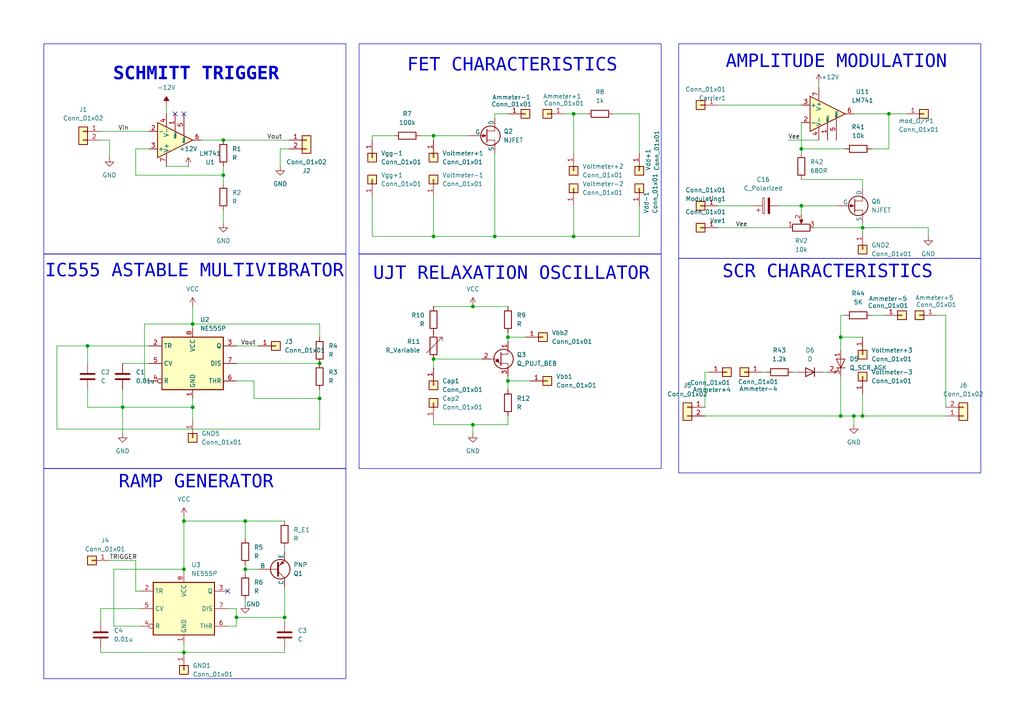
<source format=kicad_sch>
(kicad_sch (version 20250114) (generator "eeschema") (generator_version "9.0")
  (paper "A4")
  (title_block (title "Workshop PCBs") (date "2025-09-10") (rev "Rev1") (company "SP"))
  (lib_symbols
    (symbol "Amplifier_Operational:LM741" (pin_names (offset 0.127))
      (property "Reference" "U" (at 0 6.35 0))
      (property "Value" "LM741" (at 0 3.81 0))
      (symbol "LM741_0_1"
        (polyline (pts (xy -5.08 5.08) (xy 5.08 0) (xy -5.08 -5.08) (xy -5.08 5.08)) (stroke (width 0.254)) (fill (type background)))
      )
      (symbol "LM741_1_1"
        (pin input line (at -7.62 2.54 0) (length 2.54) (name "+") (number "3"))
        (pin input line (at -7.62 -2.54 0) (length 2.54) (name "-") (number "2"))
        (pin power_in line (at -2.54 7.62 270) (length 3.81) (name "V+") (number "7"))
        (pin power_in line (at -2.54 -7.62 90) (length 3.81) (name "V-") (number "4"))
        (pin no_connect line (at 0 2.54 270) (length 2.54) (hide yes) (name "NC") (number "8"))
        (pin input line (at 0 -7.62 90) (length 5.08) (name "NULL") (number "1"))
        (pin input line (at 2.54 -7.62 90) (length 6.35) (name "NULL") (number "5"))
        (pin output line (at 7.62 0 180) (length 2.54) (name "~") (number "6"))
      )
    )
    (symbol "Connector_Generic:Conn_01x01" (pin_names (offset 1.016) (hide yes))
      (property "Reference" "J" (at 0 2.54 0))
      (property "Value" "Conn_01x01" (at 0 -2.54 0))
      (symbol "Conn_01x01_1_1"
        (rectangle (start -1.27 1.27) (end 1.27 -1.27) (stroke (width 0.254)) (fill (type background)))
        (rectangle (start -1.27 0.127) (end 0 -0.127) (stroke (width 0.1524)))
        (pin passive line (at -5.08 0 0) (length 3.81) (name "Pin_1") (number "1"))
      )
    )
    (symbol "Connector_Generic:Conn_01x02" (pin_names (offset 1.016) (hide yes))
      (property "Reference" "J" (at 0 2.54 0))
      (property "Value" "Conn_01x02" (at 0 -5.08 0))
      (symbol "Conn_01x02_1_1"
        (rectangle (start -1.27 1.27) (end 1.27 -3.81) (stroke (width 0.254)) (fill (type background)))
        (rectangle (start -1.27 0.127) (end 0 -0.127) (stroke (width 0.1524)))
        (rectangle (start -1.27 -2.413) (end 0 -2.667) (stroke (width 0.1524)))
        (pin passive line (at -5.08 0 0) (length 3.81) (name "Pin_1") (number "1"))
        (pin passive line (at -5.08 -2.54 0) (length 3.81) (name "Pin_2") (number "2"))
      )
    )
    (symbol "Device:C" (pin_numbers (hide yes)) (pin_names (offset 0.254))
      (property "Reference" "C" (at 0.635 2.54 0))
      (property "Value" "C" (at 0.635 -2.54 0))
      (symbol "C_0_1"
        (polyline (pts (xy -2.032 0.762) (xy 2.032 0.762)) (stroke (width 0.508)))
        (polyline (pts (xy -2.032 -0.762) (xy 2.032 -0.762)) (stroke (width 0.508)))
      )
      (symbol "C_1_1"
        (pin passive line (at 0 3.81 270) (length 2.794) (name "~") (number "1"))
        (pin passive line (at 0 -3.81 90) (length 2.794) (name "~") (number "2"))
      )
    )
    (symbol "Device:C_Polarized" (pin_numbers (hide yes)) (pin_names (offset 0.254))
      (property "Reference" "C" (at 0.635 2.54 0))
      (property "Value" "C_Polarized" (at 0.635 -2.54 0))
      (symbol "C_Polarized_0_1"
        (rectangle (start -2.286 0.508) (end 2.286 1.016))
        (polyline (pts (xy -1.778 2.286) (xy -0.762 2.286)))
        (polyline (pts (xy -1.27 2.794) (xy -1.27 1.778)))
        (rectangle (start 2.286 -0.508) (end -2.286 -1.016) (fill (type outline)))
      )
      (symbol "C_Polarized_1_1"
        (pin passive line (at 0 3.81 270) (length 2.794) (name "~") (number "1"))
        (pin passive line (at 0 -3.81 90) (length 2.794) (name "~") (number "2"))
      )
    )
    (symbol "Device:D" (pin_numbers (hide yes)) (pin_names (offset 1.016) (hide yes))
      (property "Reference" "D" (at 0 2.54 0))
      (property "Value" "D" (at 0 -2.54 0))
      (symbol "D_0_1"
        (polyline (pts (xy -1.27 1.27) (xy -1.27 -1.27)) (stroke (width 0.254)))
        (polyline (pts (xy 1.27 1.27) (xy 1.27 -1.27) (xy -1.27 0) (xy 1.27 1.27)) (stroke (width 0.254)))
        (polyline (pts (xy 1.27 0) (xy -1.27 0)))
      )
      (symbol "D_1_1"
        (pin passive line (at -3.81 0 0) (length 2.54) (name "K") (number "1"))
        (pin passive line (at 3.81 0 180) (length 2.54) (name "A") (number "2"))
      )
    )
    (symbol "Device:Q_PUJT_BEB" (pin_names (offset 0) (hide yes))
      (property "Reference" "Q" (at 5.08 1.27 0))
      (property "Value" "Q_PUJT_BEB" (at 5.08 -1.27 0))
      (symbol "Q_PUJT_BEB_0_1"
        (polyline (pts (xy -2.54 0) (xy -1.016 0) (xy 0.508 -1.524)))
        (polyline (pts (xy 0 -1.016) (xy -0.381 0.127) (xy -1.143 -0.635) (xy 0 -1.016)) (fill (type outline)))
        (polyline (pts (xy 0.508 1.905) (xy 0.508 -1.905) (xy 0.508 -1.905)) (stroke (width 0.254)))
        (circle (center 1.27 0) (radius 2.8194) (stroke (width 0.254)))
        (polyline (pts (xy 2.54 2.54) (xy 2.54 1.397) (xy 0.508 1.397)))
        (polyline (pts (xy 2.54 -2.54) (xy 2.54 -1.27) (xy 0.508 -1.27)))
      )
      (symbol "Q_PUJT_BEB_1_1"
        (pin input line (at -5.08 0 0) (length 2.54) (name "E") (number "2"))
        (pin passive line (at 2.54 5.08 270) (length 2.54) (name "B2") (number "1"))
        (pin passive line (at 2.54 -5.08 90) (length 2.54) (name "B1") (number "3"))
      )
    )
    (symbol "Device:Q_SCR_AGK" (pin_names (offset 0) (hide yes))
      (property "Reference" "D" (at 1.905 0.635 0))
      (property "Value" "Q_SCR_AGK" (at 1.905 -1.27 0))
      (symbol "Q_SCR_AGK_0_1"
        (polyline (pts (xy -1.27 1.27) (xy 1.27 1.27) (xy 0 -1.27) (xy -1.27 1.27)) (stroke (width 0.2032)))
        (polyline (pts (xy -1.27 -1.27) (xy 1.27 -1.27)) (stroke (width 0.2032)))
        (polyline (pts (xy -1.27 -2.54) (xy -0.635 -1.27)))
        (polyline (pts (xy 0 -2.54) (xy 0 2.54)))
      )
      (symbol "Q_SCR_AGK_1_1"
        (pin input line (at -3.81 -2.54 0) (length 2.54) (name "G") (number "2"))
        (pin passive line (at 0 3.81 270) (length 2.54) (name "A") (number "1"))
        (pin passive line (at 0 -3.81 90) (length 2.54) (name "K") (number "3"))
      )
    )
    (symbol "Device:R" (pin_numbers (hide yes)) (pin_names (offset 0))
      (property "Reference" "R" (at 2.032 0 90))
      (property "Value" "R" (at 0 0 90))
      (symbol "R_0_1"
        (rectangle (start -1.016 -2.54) (end 1.016 2.54) (stroke (width 0.254)))
      )
      (symbol "R_1_1"
        (pin passive line (at 0 3.81 270) (length 1.27) (name "~") (number "1"))
        (pin passive line (at 0 -3.81 90) (length 1.27) (name "~") (number "2"))
      )
    )
    (symbol "Device:R_Potentiometer" (pin_names (offset 1.016) (hide yes))
      (property "Reference" "RV" (at -4.445 0 90))
      (property "Value" "R_Potentiometer" (at -2.54 0 90))
      (symbol "R_Potentiometer_0_1"
        (rectangle (start 1.016 2.54) (end -1.016 -2.54) (stroke (width 0.254)))
        (polyline (pts (xy 1.143 0) (xy 2.286 0.508) (xy 2.286 -0.508) (xy 1.143 0)) (fill (type outline)))
        (polyline (pts (xy 2.54 0) (xy 1.524 0)))
      )
      (symbol "R_Potentiometer_1_1"
        (pin passive line (at 0 3.81 270) (length 1.27) (name "1") (number "1"))
        (pin passive line (at 0 -3.81 90) (length 1.27) (name "3") (number "3"))
        (pin passive line (at 3.81 0 180) (length 1.27) (name "2") (number "2"))
      )
    )
    (symbol "Device:R_Variable" (pin_numbers (hide yes)) (pin_names (offset 0))
      (property "Reference" "R" (at 2.54 -2.54 90))
      (property "Value" "R_Variable" (at -2.54 -1.27 90))
      (symbol "R_Variable_0_1"
        (rectangle (start -1.016 -2.54) (end 1.016 2.54) (stroke (width 0.254)))
        (polyline (pts (xy 2.54 1.524) (xy 2.54 2.54) (xy 1.524 2.54) (xy 2.54 2.54) (xy -2.032 -2.032)))
      )
      (symbol "R_Variable_1_1"
        (pin passive line (at 0 3.81 270) (length 1.27) (name "~") (number "1"))
        (pin passive line (at 0 -3.81 90) (length 1.27) (name "~") (number "2"))
      )
    )
    (symbol "Simulation_SPICE:NJFET" (pin_numbers (hide yes)) (pin_names (offset 0))
      (property "Reference" "Q" (at 5.08 1.27 0))
      (property "Value" "NJFET" (at 5.08 -1.27 0))
      (symbol "NJFET_0_1"
        (polyline (pts (xy 0 0) (xy -1.016 0.381) (xy -1.016 -0.381) (xy 0 0)) (fill (type outline)))
        (polyline (pts (xy 0.254 1.905) (xy 0.254 -1.905) (xy 0.254 -1.905)) (stroke (width 0.254)))
        (circle (center 1.27 0) (radius 2.8194) (stroke (width 0.254)))
        (polyline (pts (xy 2.54 2.54) (xy 2.54 1.397) (xy 0.254 1.397)))
        (polyline (pts (xy 2.54 -2.54) (xy 2.54 -1.27) (xy 0.254 -1.27)))
      )
      (symbol "NJFET_1_1"
        (pin input line (at -5.08 0 0) (length 5.334) (name "G") (number "2"))
        (pin passive line (at 2.54 5.08 270) (length 2.54) (name "D") (number "1"))
        (pin passive line (at 2.54 -5.08 90) (length 2.54) (name "S") (number "3"))
      )
    )
    (symbol "Simulation_SPICE:PNP" (pin_numbers (hide yes)) (pin_names (offset 0))
      (property "Reference" "Q" (at -2.54 7.62 0))
      (property "Value" "PNP" (at -2.54 5.08 0))
      (symbol "PNP_0_1"
        (polyline (pts (xy -2.54 0) (xy 0.635 0)) (stroke (width 0.1524)))
        (polyline (pts (xy 0.635 1.905) (xy 0.635 -1.905) (xy 0.635 -1.905)) (stroke (width 0.508)))
        (polyline (pts (xy 0.635 0.635) (xy 2.54 2.54)))
        (polyline (pts (xy 0.635 -0.635) (xy 2.54 -2.54) (xy 2.54 -2.54)))
        (circle (center 1.27 0) (radius 2.8194) (stroke (width 0.254)))
        (polyline (pts (xy 2.286 -1.778) (xy 1.778 -2.286) (xy 1.27 -1.27) (xy 2.286 -1.778) (xy 2.286 -1.778)) (fill (type outline)))
      )
      (symbol "PNP_1_1"
        (pin input line (at -5.08 0 0) (length 2.54) (name "B") (number "2"))
        (pin open_collector line (at 2.54 5.08 270) (length 2.54) (name "C") (number "1"))
        (pin open_emitter line (at 2.54 -5.08 90) (length 2.54) (name "E") (number "3"))
      )
    )
    (symbol "Timer:NE555P"
      (property "Reference" "U" (at -10.16 8.89 0))
      (property "Value" "NE555P" (at 2.54 8.89 0))
      (symbol "NE555P_0_0"
        (pin power_in line (at 0 10.16 270) (length 2.54) (name "VCC") (number "8"))
        (pin power_in line (at 0 -10.16 90) (length 2.54) (name "GND") (number "1"))
      )
      (symbol "NE555P_0_1"
        (rectangle (start -8.89 -7.62) (end 8.89 7.62) (stroke (width 0.254)) (fill (type background)))
        (rectangle (start -8.89 -7.62) (end 8.89 7.62) (stroke (width 0.254)) (fill (type background)))
      )
      (symbol "NE555P_1_1"
        (pin input line (at -12.7 5.08 0) (length 3.81) (name "TR") (number "2"))
        (pin input line (at -12.7 0 0) (length 3.81) (name "CV") (number "5"))
        (pin input inverted (at -12.7 -5.08 0) (length 3.81) (name "R") (number "4"))
        (pin output line (at 12.7 5.08 180) (length 3.81) (name "Q") (number "3"))
        (pin input line (at 12.7 0 180) (length 3.81) (name "DIS") (number "7"))
        (pin input line (at 12.7 -5.08 180) (length 3.81) (name "THR") (number "6"))
      )
    )
    (symbol "power:+12V" (power) (pin_numbers (hide yes)) (pin_names (offset 0) (hide yes))
      (property "Value" "+12V" (at 0 3.556 0))
      (symbol "+12V_0_1"
        (polyline (pts (xy -0.762 1.27) (xy 0 2.54)))
        (polyline (pts (xy 0 2.54) (xy 0.762 1.27)))
        (polyline (pts (xy 0 0) (xy 0 2.54)))
      )
      (symbol "+12V_1_1"
        (pin power_in line (at 0 0 90) (length 0) (name "~") (number "1"))
      )
    )
    (symbol "power:-12V" (power) (pin_numbers (hide yes)) (pin_names (offset 0) (hide yes))
      (property "Value" "-12V" (at 0 3.556 0))
      (symbol "-12V_0_0"
        (pin power_in line (at 0 0 90) (length 0) (name "~") (number "1"))
      )
      (symbol "-12V_0_1"
        (polyline (pts (xy 0 0) (xy 0 1.27) (xy 0.762 1.27) (xy 0 2.54) (xy -0.762 1.27) (xy 0 1.27)) (fill (type outline)))
      )
    )
    (symbol "power:GND" (power) (pin_numbers (hide yes)) (pin_names (offset 0) (hide yes))
      (property "Value" "GND" (at 0 -3.81 0))
      (symbol "GND_0_1"
        (polyline (pts (xy 0 0) (xy 0 -1.27) (xy 1.27 -1.27) (xy 0 -2.54) (xy -1.27 -1.27) (xy 0 -1.27)))
      )
      (symbol "GND_1_1"
        (pin power_in line (at 0 0 270) (length 0) (name "~") (number "1"))
      )
    )
    (symbol "power:VCC" (power) (pin_numbers (hide yes)) (pin_names (offset 0) (hide yes))
      (property "Value" "VCC" (at 0 3.556 0))
      (symbol "VCC_0_1"
        (polyline (pts (xy -0.762 1.27) (xy 0 2.54)))
        (polyline (pts (xy 0 2.54) (xy 0.762 1.27)))
        (polyline (pts (xy 0 0) (xy 0 2.54)))
      )
      (symbol "VCC_1_1"
        (pin power_in line (at 0 0 90) (length 0) (name "~") (number "1"))
      )
    )
  )
  (rectangle (start 196.85 12.7) (end 284.48 74.93))
  (rectangle (start 104.14 73.66) (end 191.77 135.89))
  (rectangle (start 12.7 73.66) (end 100.33 135.89))
  (rectangle (start 12.7 12.7) (end 100.33 73.66))
  (rectangle (start 12.7 135.89) (end 100.33 196.85))
  (rectangle (start 104.14 12.7) (end 191.77 73.66))
  (rectangle (start 196.85 74.93) (end 284.48 137.16))
  (text "UJT RELAXATION OSCILLATOR" (at 148.336 80.518 0) (effects (font (size 3.81 3.81))))
  (text "SCR CHARACTERISTICS" (at 240.03 80.01 0) (effects (font (size 3.81 3.81))))
  (text "SCHMITT TRIGGER" (at 56.896 22.606 0) (effects (font (size 3.81 3.81) (bold yes))))
  (text "IC555 ASTABLE MULTIVIBRATOR" (at 56.388 79.756 0) (effects (font (size 3.81 3.81) (thickness 0.4763))))
  (text "RAMP GENERATOR" (at 56.896 140.97 0) (effects (font (size 3.81 3.81))))
  (text "AMPLITUDE MODULATION" (at 242.57 19.05 0) (effects (font (size 3.81 3.81))))
  (text "FET CHARACTERISTICS" (at 148.59 20.066 0) (effects (font (size 3.81 3.81))))
  (junction (at 166.37 33.02))
  (junction (at 92.71 105.41))
  (junction (at 64.77 50.8))
  (junction (at 232.41 59.69))
  (junction (at 55.88 118.11))
  (junction (at 250.19 66.04))
  (junction (at 71.12 151.13))
  (junction (at 125.73 104.14))
  (junction (at 137.16 123.19))
  (junction (at 53.34 189.23))
  (junction (at 71.12 165.1))
  (junction (at 166.37 68.58))
  (junction (at 125.73 39.37))
  (junction (at 53.34 151.13))
  (junction (at 64.77 40.64))
  (junction (at 247.65 120.65))
  (junction (at 232.41 43.18))
  (junction (at 125.73 68.58))
  (junction (at 92.71 115.57))
  (junction (at 68.58 179.07))
  (junction (at 143.51 68.58))
  (junction (at 35.56 118.11))
  (junction (at 243.84 97.79))
  (junction (at 55.88 93.98))
  (junction (at 25.4 100.33))
  (junction (at 257.81 33.02))
  (junction (at 53.34 165.1))
  (junction (at 250.19 120.65))
  (junction (at 82.55 179.07))
  (junction (at 137.16 88.9))
  (junction (at 147.32 97.79))
  (junction (at 243.84 120.65))
  (junction (at 147.32 110.49))
  (no_connect (at 53.34 33.02))
  (no_connect (at 50.8 33.02))
  (no_connect (at 66.04 171.45))
  (wire (pts (xy 250.19 66.04) (xy 250.19 67.31)))
  (wire (pts (xy 48.26 30.48) (xy 48.26 33.02)))
  (wire (pts (xy 107.95 68.58) (xy 107.95 57.15)))
  (wire (pts (xy 35.56 118.11) (xy 55.88 118.11)))
  (wire (pts (xy 29.21 38.1) (xy 43.18 38.1)))
  (wire (pts (xy 147.32 110.49) (xy 147.32 109.22)))
  (wire (pts (xy 39.37 50.8) (xy 64.77 50.8)))
  (wire (pts (xy 25.4 105.41) (xy 25.4 100.33)))
  (wire (pts (xy 68.58 179.07) (xy 68.58 181.61)))
  (wire (pts (xy 41.91 93.98) (xy 41.91 110.49)))
  (wire (pts (xy 43.18 43.18) (xy 39.37 43.18)))
  (wire (pts (xy 71.12 151.13) (xy 71.12 156.21)))
  (wire (pts (xy 31.75 40.64) (xy 29.21 40.64)))
  (wire (pts (xy 137.16 88.9) (xy 147.32 88.9)))
  (wire (pts (xy 92.71 97.79) (xy 92.71 93.98)))
  (wire (pts (xy 35.56 118.11) (xy 35.56 125.73)))
  (wire (pts (xy 125.73 39.37) (xy 135.89 39.37)))
  (wire (pts (xy 68.58 100.33) (xy 74.93 100.33)))
  (wire (pts (xy 143.51 44.45) (xy 143.51 68.58)))
  (wire (pts (xy 53.34 189.23) (xy 53.34 186.69)))
  (wire (pts (xy 147.32 120.65) (xy 147.32 123.19)))
  (wire (pts (xy 185.42 33.02) (xy 185.42 44.45)))
  (wire (pts (xy 41.91 93.98) (xy 55.88 93.98)))
  (wire (pts (xy 220.98 107.95) (xy 222.25 107.95)))
  (wire (pts (xy 238.76 107.95) (xy 240.03 107.95)))
  (wire (pts (xy 40.64 181.61) (xy 33.02 181.61)))
  (wire (pts (xy 125.73 68.58) (xy 107.95 68.58)))
  (wire (pts (xy 257.81 33.02) (xy 262.89 33.02)))
  (wire (pts (xy 64.77 40.64) (xy 58.42 40.64)))
  (wire (pts (xy 229.87 107.95) (xy 231.14 107.95)))
  (wire (pts (xy 55.88 88.9) (xy 55.88 93.98)))
  (wire (pts (xy 82.55 189.23) (xy 82.55 187.96)))
  (wire (pts (xy 232.41 52.07) (xy 250.19 52.07)))
  (wire (pts (xy 247.65 123.19) (xy 247.65 120.65)))
  (wire (pts (xy 74.93 165.1) (xy 71.12 165.1)))
  (wire (pts (xy 121.92 39.37) (xy 125.73 39.37)))
  (wire (pts (xy 68.58 179.07) (xy 82.55 179.07)))
  (wire (pts (xy 39.37 162.56) (xy 39.37 171.45)))
  (wire (pts (xy 53.34 165.1) (xy 53.34 166.37)))
  (wire (pts (xy 243.84 97.79) (xy 243.84 101.6)))
  (wire (pts (xy 48.26 48.26) (xy 54.61 48.26)))
  (wire (pts (xy 252.73 43.18) (xy 257.81 43.18)))
  (wire (pts (xy 81.28 43.18) (xy 83.82 43.18)))
  (wire (pts (xy 243.84 91.44) (xy 245.11 91.44)))
  (wire (pts (xy 39.37 43.18) (xy 39.37 50.8)))
  (wire (pts (xy 66.04 181.61) (xy 68.58 181.61)))
  (wire (pts (xy 39.37 171.45) (xy 40.64 171.45)))
  (wire (pts (xy 64.77 50.8) (xy 64.77 48.26)))
  (wire (pts (xy 269.24 68.58) (xy 269.24 66.04)))
  (wire (pts (xy 25.4 118.11) (xy 35.56 118.11)))
  (wire (pts (xy 250.19 52.07) (xy 250.19 54.61)))
  (wire (pts (xy 29.21 176.53) (xy 29.21 180.34)))
  (wire (pts (xy 82.55 170.18) (xy 82.55 179.07)))
  (wire (pts (xy 137.16 123.19) (xy 125.73 123.19)))
  (wire (pts (xy 73.66 115.57) (xy 92.71 115.57)))
  (wire (pts (xy 177.8 33.02) (xy 185.42 33.02)))
  (wire (pts (xy 92.71 93.98) (xy 55.88 93.98)))
  (wire (pts (xy 35.56 118.11) (xy 35.56 113.03)))
  (wire (pts (xy 68.58 176.53) (xy 68.58 179.07)))
  (wire (pts (xy 40.64 176.53) (xy 29.21 176.53)))
  (wire (pts (xy 82.55 180.34) (xy 82.55 179.07)))
  (wire (pts (xy 71.12 165.1) (xy 71.12 163.83)))
  (wire (pts (xy 166.37 33.02) (xy 166.37 44.45)))
  (wire (pts (xy 204.47 107.95) (xy 205.74 107.95)))
  (wire (pts (xy 232.41 35.56) (xy 232.41 43.18)))
  (wire (pts (xy 92.71 115.57) (xy 92.71 113.03)))
  (wire (pts (xy 29.21 187.96) (xy 29.21 189.23)))
  (wire (pts (xy 64.77 40.64) (xy 83.82 40.64)))
  (wire (pts (xy 185.42 68.58) (xy 166.37 68.58)))
  (wire (pts (xy 125.73 57.15) (xy 125.73 68.58)))
  (wire (pts (xy 35.56 105.41) (xy 43.18 105.41)))
  (wire (pts (xy 82.55 151.13) (xy 71.12 151.13)))
  (wire (pts (xy 31.75 45.72) (xy 31.75 40.64)))
  (wire (pts (xy 71.12 175.26) (xy 71.12 173.99)))
  (wire (pts (xy 107.95 39.37) (xy 114.3 39.37)))
  (wire (pts (xy 243.84 97.79) (xy 243.84 91.44)))
  (wire (pts (xy 125.73 39.37) (xy 125.73 40.64)))
  (wire (pts (xy 232.41 44.45) (xy 232.41 43.18)))
  (wire (pts (xy 25.4 100.33) (xy 16.51 100.33)))
  (wire (pts (xy 55.88 93.98) (xy 55.88 95.25)))
  (wire (pts (xy 33.02 165.1) (xy 53.34 165.1)))
  (wire (pts (xy 125.73 88.9) (xy 137.16 88.9)))
  (wire (pts (xy 166.37 33.02) (xy 163.83 33.02)))
  (wire (pts (xy 71.12 166.37) (xy 71.12 165.1)))
  (wire (pts (xy 250.19 114.3) (xy 250.19 120.65)))
  (wire (pts (xy 250.19 97.79) (xy 243.84 97.79)))
  (wire (pts (xy 125.73 123.19) (xy 125.73 121.92)))
  (wire (pts (xy 232.41 59.69) (xy 242.57 59.69)))
  (wire (pts (xy 208.28 66.04) (xy 228.6 66.04)))
  (wire (pts (xy 16.51 100.33) (xy 16.51 124.46)))
  (wire (pts (xy 269.24 66.04) (xy 250.19 66.04)))
  (wire (pts (xy 170.18 33.02) (xy 166.37 33.02)))
  (wire (pts (xy 166.37 68.58) (xy 143.51 68.58)))
  (wire (pts (xy 107.95 40.64) (xy 107.95 39.37)))
  (wire (pts (xy 33.02 181.61) (xy 33.02 165.1)))
  (wire (pts (xy 208.28 59.69) (xy 218.44 59.69)))
  (wire (pts (xy 250.19 64.77) (xy 250.19 66.04)))
  (wire (pts (xy 64.77 64.77) (xy 64.77 60.96)))
  (wire (pts (xy 92.71 124.46) (xy 92.71 115.57)))
  (wire (pts (xy 250.19 120.65) (xy 247.65 120.65)))
  (wire (pts (xy 243.84 109.22) (xy 243.84 120.65)))
  (wire (pts (xy 137.16 125.73) (xy 137.16 123.19)))
  (wire (pts (xy 53.34 149.86) (xy 53.34 151.13)))
  (wire (pts (xy 16.51 124.46) (xy 92.71 124.46)))
  (wire (pts (xy 43.18 110.49) (xy 41.91 110.49)))
  (wire (pts (xy 55.88 115.57) (xy 55.88 118.11)))
  (wire (pts (xy 185.42 59.69) (xy 185.42 68.58)))
  (wire (pts (xy 125.73 104.14) (xy 139.7 104.14)))
  (wire (pts (xy 274.32 91.44) (xy 274.32 118.11)))
  (wire (pts (xy 143.51 33.02) (xy 143.51 34.29)))
  (wire (pts (xy 73.66 115.57) (xy 73.66 110.49)))
  (wire (pts (xy 53.34 151.13) (xy 53.34 165.1)))
  (wire (pts (xy 232.41 43.18) (xy 245.11 43.18)))
  (wire (pts (xy 243.84 120.65) (xy 204.47 120.65)))
  (wire (pts (xy 252.73 91.44) (xy 256.54 91.44)))
  (wire (pts (xy 228.6 40.64) (xy 237.49 40.64)))
  (wire (pts (xy 147.32 97.79) (xy 152.4 97.79)))
  (wire (pts (xy 68.58 105.41) (xy 92.71 105.41)))
  (wire (pts (xy 247.65 120.65) (xy 243.84 120.65)))
  (wire (pts (xy 81.28 48.26) (xy 81.28 43.18)))
  (wire (pts (xy 137.16 123.19) (xy 147.32 123.19)))
  (wire (pts (xy 64.77 53.34) (xy 64.77 50.8)))
  (wire (pts (xy 257.81 33.02) (xy 257.81 43.18)))
  (wire (pts (xy 204.47 107.95) (xy 204.47 118.11)))
  (wire (pts (xy 271.78 91.44) (xy 274.32 91.44)))
  (wire (pts (xy 147.32 113.03) (xy 147.32 110.49)))
  (wire (pts (xy 247.65 33.02) (xy 257.81 33.02)))
  (wire (pts (xy 29.21 189.23) (xy 53.34 189.23)))
  (wire (pts (xy 53.34 151.13) (xy 71.12 151.13)))
  (wire (pts (xy 55.88 118.11) (xy 55.88 121.92)))
  (wire (pts (xy 250.19 120.65) (xy 274.32 120.65)))
  (wire (pts (xy 166.37 59.69) (xy 166.37 68.58)))
  (wire (pts (xy 226.06 59.69) (xy 232.41 59.69)))
  (wire (pts (xy 66.04 176.53) (xy 68.58 176.53)))
  (wire (pts (xy 25.4 100.33) (xy 43.18 100.33)))
  (wire (pts (xy 237.49 24.13) (xy 237.49 25.4)))
  (wire (pts (xy 31.75 162.56) (xy 39.37 162.56)))
  (wire (pts (xy 53.34 189.23) (xy 82.55 189.23)))
  (wire (pts (xy 143.51 68.58) (xy 125.73 68.58)))
  (wire (pts (xy 73.66 110.49) (xy 68.58 110.49)))
  (wire (pts (xy 147.32 97.79) (xy 147.32 99.06)))
  (wire (pts (xy 147.32 96.52) (xy 147.32 97.79)))
  (wire (pts (xy 82.55 158.75) (xy 82.55 160.02)))
  (wire (pts (xy 236.22 66.04) (xy 250.19 66.04)))
  (wire (pts (xy 25.4 118.11) (xy 25.4 113.03)))
  (wire (pts (xy 125.73 106.68) (xy 125.73 104.14)))
  (wire (pts (xy 147.32 110.49) (xy 153.67 110.49)))
  (wire (pts (xy 232.41 62.23) (xy 232.41 59.69)))
  (wire (pts (xy 208.28 30.48) (xy 232.41 30.48)))
  (wire (pts (xy 147.32 33.02) (xy 143.51 33.02)))
  (label "Vee" (at 213.36 66.04 0))
  (label "TRIGGER" (at 31.75 162.56 0))
  (label "Vee" (at 228.6 40.64 0))
  (label "Vin" (at 34.29 38.1 0))
  (label "Vout" (at 77.47 40.64 0))
  (label "Vout" (at 69.85 100.33 0) (effects (font (thickness 0.1588))))
  (symbol (lib_id "Simulation_SPICE:NJFET") (at 140.97 39.37 0) (unit 1)
    (property "Reference" "Q2" (at 146.05 38.0999 0) (effects (justify left)))
    (property "Value" "NJFET" (at 146.05 40.6399 0) (effects (justify left)))
    (property "Footprint" "Package_TO_SOT_THT:TO-92_HandSolder" (effects (hide yes)))
    (property "Datasheet" "https://ngspice.sourceforge.io/docs/ngspice-html-manual/manual.xhtml#cha_JFETs" (effects (hide yes)))
    (property "Description" "N-JFET transistor, for simulation only" (effects (hide yes)))
    (property "Sim.Device" "NJFET" (effects (hide yes)))
    (property "Sim.Type" "SHICHMANHODGES" (effects (hide yes)))
    (property "Sim.Pins" "1=D 2=G 3=S" (effects (hide yes)))
  )
  (symbol (lib_id "power:GND") (at 137.16 125.73 0) (unit 1)
    (property "Reference" "#PWR015" (effects (hide yes)))
    (property "Value" "GND" (at 137.16 130.81 0))
    (property "Description" "Power symbol creates a global label with name \"GND\" , ground" (effects (hide yes)))
  )
  (symbol (lib_id "power:GND") (at 81.28 48.26 0) (unit 1)
    (property "Reference" "#PWR04" (effects (hide yes)))
    (property "Value" "GND" (at 81.28 53.34 0))
    (property "Description" "Power symbol creates a global label with name \"GND\" , ground" (effects (hide yes)))
  )
  (symbol (lib_id "Timer:NE555P") (at 55.88 105.41 0) (unit 1)
    (property "Reference" "U2" (at 58.0233 92.71 0) (effects (justify left)))
    (property "Value" "NE555P" (at 58.0233 95.25 0) (effects (justify left)))
    (property "Footprint" "Package_SO:SOIC-8_3.9x4.9mm_P1.27mm" (effects (hide yes)))
    (property "Datasheet" "http://www.ti.com/lit/ds/symlink/ne555.pdf" (effects (hide yes)))
    (property "Description" "Precision Timers, 555 compatible,  PDIP-8" (effects (hide yes)))
  )
  (symbol (lib_id "power:+12V") (at 237.49 24.13 0) (unit 1)
    (property "Reference" "#PWR08" (effects (hide yes)))
    (property "Value" "+12V" (at 240.792 22.352 0))
    (property "Description" "Power symbol creates a global label with name \"+12V\"" (effects (hide yes)))
  )
  (symbol (lib_id "Device:R") (at 118.11 39.37 90) (unit 1)
    (property "Reference" "R7" (at 118.11 33.02 90))
    (property "Value" "100k" (at 118.11 35.56 90))
    (property "Footprint" "Resistor_SMD:R_0805_2012Metric_Pad1.20x1.40mm_HandSolder" (effects (hide yes)))
    (property "Description" "Resistor" (effects (hide yes)))
  )
  (symbol (lib_id "Connector_Generic:Conn_01x01") (at 158.75 33.02 180) (unit 1)
    (property "Reference" "Ammeter+1" (at 163.068 27.94 0))
    (property "Value" "Conn_01x01" (at 163.576 29.972 0))
    (property "Footprint" "Connector_PinSocket_2.54mm:PinSocket_1x01_P2.54mm_Vertical" (effects (hide yes)))
    (property "Description" "Generic connector, single row, 01x01, script generated (kicad-library-utils/schlib/autogen/connector/)" (effects (hide yes)))
  )
  (symbol (lib_id "power:VCC") (at 55.88 88.9 0) (unit 1)
    (property "Reference" "#PWR09" (effects (hide yes)))
    (property "Value" "VCC" (at 55.88 83.82 0))
    (property "Description" "Power symbol creates a global label with name \"VCC\"" (effects (hide yes)))
  )
  (symbol (lib_id "Connector_Generic:Conn_01x01") (at 166.37 54.61 90) (unit 1)
    (property "Reference" "Voltmeter-2" (at 168.91 53.3399 90) (effects (justify right)))
    (property "Value" "Conn_01x01" (at 168.91 55.8799 90) (effects (justify right)))
    (property "Footprint" "Connector_PinSocket_2.54mm:PinSocket_1x01_P2.54mm_Vertical" (effects (hide yes)))
    (property "Description" "Generic connector, single row, 01x01, script generated (kicad-library-utils/schlib/autogen/connector/)" (effects (hide yes)))
  )
  (symbol (lib_id "Connector_Generic:Conn_01x01") (at 125.73 116.84 90) (unit 1)
    (property "Reference" "Cap2" (at 128.27 115.5699 90) (effects (justify right)))
    (property "Value" "Conn_01x01" (at 128.27 118.1099 90) (effects (justify right)))
    (property "Footprint" "Connector_PinSocket_2.54mm:PinSocket_1x01_P2.54mm_Vertical" (effects (hide yes)))
    (property "Description" "Generic connector, single row, 01x01, script generated (kicad-library-utils/schlib/autogen/connector/)" (effects (hide yes)))
  )
  (symbol (lib_id "Connector_Generic:Conn_01x01") (at 166.37 49.53 270) (unit 1)
    (property "Reference" "Voltmeter+2" (at 168.91 48.2599 90) (effects (justify left)))
    (property "Value" "Conn_01x01" (at 168.91 50.7999 90) (effects (justify left)))
    (property "Footprint" "Connector_PinSocket_2.54mm:PinSocket_1x01_P2.54mm_Vertical" (effects (hide yes)))
    (property "Description" "Generic connector, single row, 01x01, script generated (kicad-library-utils/schlib/autogen/connector/)" (effects (hide yes)))
  )
  (symbol (lib_id "Device:R") (at 147.32 116.84 0) (unit 1)
    (property "Reference" "R12" (at 149.86 115.5699 0) (effects (justify left)))
    (property "Value" "R" (at 149.86 118.1099 0) (effects (justify left)))
    (property "Footprint" "Resistor_SMD:R_0805_2012Metric_Pad1.20x1.40mm_HandSolder" (effects (hide yes)))
    (property "Description" "Resistor" (effects (hide yes)))
  )
  (symbol (lib_id "Device:D") (at 234.95 107.95 180) (unit 1)
    (property "Reference" "D6" (at 234.95 101.6 0))
    (property "Value" "D" (at 234.95 104.14 0))
    (property "Footprint" "Diode_SMD:D_0805_2012Metric" (effects (hide yes)))
    (property "Description" "Diode" (effects (hide yes)))
    (property "Sim.Device" "D" (effects (hide yes)))
    (property "Sim.Pins" "1=K 2=A" (effects (hide yes)))
  )
  (symbol (lib_id "Device:R") (at 125.73 92.71 0) (mirror y) (unit 1)
    (property "Reference" "R10" (at 123.19 91.4399 0) (effects (justify left)))
    (property "Value" "R" (at 123.19 93.9799 0) (effects (justify left)))
    (property "Footprint" "Resistor_SMD:R_0805_2012Metric_Pad1.20x1.40mm_HandSolder" (effects (hide yes)))
    (property "Description" "Resistor" (effects (hide yes)))
  )
  (symbol (lib_id "Device:R") (at 92.71 109.22 0) (unit 1)
    (property "Reference" "R3" (at 95.25 107.9499 0) (effects (justify left)))
    (property "Value" "R" (at 95.25 110.4899 0) (effects (justify left)))
    (property "Footprint" "Resistor_SMD:R_0805_2012Metric_Pad1.20x1.40mm_HandSolder" (effects (hide yes)))
    (property "Description" "Resistor" (effects (hide yes)))
  )
  (symbol (lib_id "Device:R") (at 147.32 92.71 0) (unit 1)
    (property "Reference" "R9" (at 149.86 91.4399 0) (effects (justify left)))
    (property "Value" "R" (at 149.86 93.9799 0) (effects (justify left)))
    (property "Footprint" "Resistor_SMD:R_0805_2012Metric_Pad1.20x1.40mm_HandSolder" (effects (hide yes)))
    (property "Description" "Resistor" (effects (hide yes)))
  )
  (symbol (lib_id "Connector_Generic:Conn_01x01") (at 203.2 30.48 180) (unit 1)
    (property "Reference" "Carrier1" (at 210.566 28.448 0) (effects (justify left)))
    (property "Value" "Conn_01x01" (at 210.566 25.908 0) (effects (justify left)))
    (property "Footprint" "Connector_PinSocket_2.54mm:PinSocket_1x01_P2.54mm_Vertical" (effects (hide yes)))
    (property "Description" "Generic connector, single row, 01x01, script generated (kicad-library-utils/schlib/autogen/connector/)" (effects (hide yes)))
  )
  (symbol (lib_id "Simulation_SPICE:PNP") (at 80.01 165.1 0) (mirror x) (unit 1)
    (property "Reference" "Q1" (at 85.09 166.3701 0) (effects (justify left)))
    (property "Value" "PNP" (at 85.09 163.8301 0) (effects (justify left)))
    (property "Footprint" "Package_TO_SOT_THT:TO-92_HandSolder" (effects (hide yes)))
    (property "Datasheet" "https://ngspice.sourceforge.io/docs/ngspice-html-manual/manual.xhtml#cha_BJTs" (effects (hide yes)))
    (property "Description" "Bipolar transistor symbol for simulation only, substrate tied to the emitter" (effects (hide yes)))
    (property "Sim.Device" "PNP" (effects (hide yes)))
    (property "Sim.Type" "GUMMELPOON" (effects (hide yes)))
    (property "Sim.Pins" "1=C 2=B 3=E" (effects (hide yes)))
  )
  (symbol (lib_id "Device:R") (at 232.41 48.26 0) (unit 1)
    (property "Reference" "R42" (at 234.95 46.9899 0) (effects (justify left)))
    (property "Value" "680R" (at 234.95 49.5299 0) (effects (justify left)))
    (property "Footprint" "Resistor_SMD:R_0805_2012Metric_Pad1.20x1.40mm_HandSolder" (effects (hide yes)))
    (property "Description" "Resistor" (effects (hide yes)))
  )
  (symbol (lib_id "power:GND") (at 269.24 68.58 0) (unit 1)
    (property "Reference" "#PWR06" (effects (hide yes)))
    (property "Value" "GND" (at 269.24 73.66 0))
    (property "Description" "Power symbol creates a global label with name \"GND\" , ground" (effects (hide yes)))
  )
  (symbol (lib_id "Connector_Generic:Conn_01x01") (at 107.95 45.72 270) (unit 1)
    (property "Reference" "Vgg-1" (at 110.49 44.4499 90) (effects (justify left)))
    (property "Value" "Conn_01x01" (at 110.49 46.9899 90) (effects (justify left)))
    (property "Footprint" "Connector_PinSocket_2.54mm:PinSocket_1x01_P2.54mm_Vertical" (effects (hide yes)))
    (property "Description" "Generic connector, single row, 01x01, script generated (kicad-library-utils/schlib/autogen/connector/)" (effects (hide yes)))
  )
  (symbol (lib_id "Connector_Generic:Conn_01x01") (at 125.73 45.72 270) (unit 1)
    (property "Reference" "Voltmeter+1" (at 128.27 44.4499 90) (effects (justify left)))
    (property "Value" "Conn_01x01" (at 128.27 46.9899 90) (effects (justify left)))
    (property "Footprint" "Connector_PinSocket_2.54mm:PinSocket_1x01_P2.54mm_Vertical" (effects (hide yes)))
    (property "Description" "Generic connector, single row, 01x01, script generated (kicad-library-utils/schlib/autogen/connector/)" (effects (hide yes)))
  )
  (symbol (lib_id "power:GND") (at 31.75 45.72 0) (unit 1)
    (property "Reference" "#PWR03" (effects (hide yes)))
    (property "Value" "GND" (at 31.75 50.8 0))
    (property "Description" "Power symbol creates a global label with name \"GND\" , ground" (effects (hide yes)))
  )
  (symbol (lib_id "Connector_Generic:Conn_01x01") (at 152.4 33.02 0) (unit 1)
    (property "Reference" "Ammeter-1" (at 142.748 28.194 0) (effects (justify left)))
    (property "Value" "Conn_01x01" (at 142.494 30.226 0) (effects (justify left)))
    (property "Footprint" "Connector_PinSocket_2.54mm:PinSocket_1x01_P2.54mm_Vertical" (effects (hide yes)))
    (property "Description" "Generic connector, single row, 01x01, script generated (kicad-library-utils/schlib/autogen/connector/)" (effects (hide yes)))
  )
  (symbol (lib_id "Device:C") (at 82.55 184.15 0) (unit 1)
    (property "Reference" "C3" (at 86.36 182.8799 0) (effects (justify left)))
    (property "Value" "C" (at 86.36 185.4199 0) (effects (justify left)))
    (property "Footprint" "Capacitor_SMD:C_0805_2012Metric_Pad1.18x1.45mm_HandSolder" (effects (hide yes)))
    (property "Description" "Unpolarized capacitor" (effects (hide yes)))
  )
  (symbol (lib_id "Connector_Generic:Conn_01x01") (at 250.19 72.39 270) (unit 1)
    (property "Reference" "GND2" (at 252.73 71.1199 90) (effects (justify left)))
    (property "Value" "Conn_01x01" (at 252.73 73.6599 90) (effects (justify left)))
    (property "Footprint" "Connector_PinSocket_2.54mm:PinSocket_1x01_P2.54mm_Vertical" (effects (hide yes)))
    (property "Description" "Generic connector, single row, 01x01, script generated (kicad-library-utils/schlib/autogen/connector/)" (effects (hide yes)))
  )
  (symbol (lib_id "Device:C") (at 29.21 184.15 0) (unit 1)
    (property "Reference" "C4" (at 33.02 182.8799 0) (effects (justify left)))
    (property "Value" "0.01u" (at 33.02 185.4199 0) (effects (justify left)))
    (property "Footprint" "Capacitor_SMD:C_0805_2012Metric_Pad1.18x1.45mm_HandSolder" (effects (hide yes)))
    (property "Description" "Unpolarized capacitor" (effects (hide yes)))
  )
  (symbol (lib_id "Connector_Generic:Conn_01x01") (at 215.9 107.95 180) (unit 1)
    (property "Reference" "Ammeter-4" (at 225.552 112.776 0) (effects (justify left)))
    (property "Value" "Conn_01x01" (at 225.806 110.744 0) (effects (justify left)))
    (property "Footprint" "Connector_PinSocket_2.54mm:PinSocket_1x01_P2.54mm_Vertical" (effects (hide yes)))
    (property "Description" "Generic connector, single row, 01x01, script generated (kicad-library-utils/schlib/autogen/connector/)" (effects (hide yes)))
  )
  (symbol (lib_id "Device:R_Variable") (at 125.73 100.33 0) (unit 1)
    (property "Reference" "R11" (at 121.92 99.0599 0) (effects (justify right)))
    (property "Value" "R_Variable" (at 121.92 101.5999 0) (effects (justify right)))
    (property "Footprint" "Resistor_THT:R_Axial_DIN0207_L6.3mm_D2.5mm_P7.62mm_Horizontal" (effects (hide yes)))
    (property "Description" "Variable resistor" (effects (hide yes)))
  )
  (symbol (lib_id "Simulation_SPICE:NJFET") (at 247.65 59.69 0) (unit 1)
    (property "Reference" "Q6" (at 252.73 58.4199 0) (effects (justify left)))
    (property "Value" "NJFET" (at 252.73 60.9599 0) (effects (justify left)))
    (property "Footprint" "Package_TO_SOT_SMD:SOT-23" (effects (hide yes)))
    (property "Datasheet" "https://ngspice.sourceforge.io/docs/ngspice-html-manual/manual.xhtml#cha_JFETs" (effects (hide yes)))
    (property "Description" "N-JFET transistor, for simulation only" (effects (hide yes)))
    (property "Sim.Device" "NJFET" (effects (hide yes)))
    (property "Sim.Type" "SHICHMANHODGES" (effects (hide yes)))
    (property "Sim.Pins" "1=D 2=G 3=S" (effects (hide yes)))
  )
  (symbol (lib_id "Device:R_Potentiometer") (at 232.41 66.04 90) (unit 1)
    (property "Reference" "RV2" (at 232.41 69.85 90))
    (property "Value" "10k" (at 232.41 72.39 90))
    (property "Footprint" "Potentiometer_THT:Potentiometer_Bourns_3296P_Horizontal" (effects (hide yes)))
    (property "Description" "Potentiometer" (effects (hide yes)))
  )
  (symbol (lib_id "power:-12V") (at 48.26 30.48 0) (unit 1)
    (property "Reference" "#PWR02" (effects (hide yes)))
    (property "Value" "-12V" (at 48.26 25.4 0))
    (property "Description" "Power symbol creates a global label with name \"-12V\"" (effects (hide yes)))
  )
  (symbol (lib_id "Device:Q_PUJT_BEB") (at 144.78 104.14 0) (unit 1)
    (property "Reference" "Q3" (at 149.86 102.8699 0) (effects (justify left)))
    (property "Value" "Q_PUJT_BEB" (at 149.86 105.4099 0) (effects (justify left)))
    (property "Footprint" "Package_TO_SOT_THT:TO-92_HandSolder" (effects (hide yes)))
    (property "Description" "P-Type unijunction transistor" (effects (hide yes)))
  )
  (symbol (lib_id "Connector_Generic:Conn_01x01") (at 158.75 110.49 0) (unit 1)
    (property "Reference" "Vbb1" (at 161.29 109.2199 0) (effects (justify left)))
    (property "Value" "Conn_01x01" (at 161.29 111.7599 0) (effects (justify left)))
    (property "Footprint" "Connector_PinSocket_2.54mm:PinSocket_1x01_P2.54mm_Vertical" (effects (hide yes)))
    (property "Description" "Generic connector, single row, 01x01, script generated (kicad-library-utils/schlib/autogen/connector/)" (effects (hide yes)))
  )
  (symbol (lib_id "Device:R") (at 64.77 44.45 0) (unit 1)
    (property "Reference" "R1" (at 67.31 43.1799 0) (effects (justify left)))
    (property "Value" "R" (at 67.31 45.7199 0) (effects (justify left)))
    (property "Footprint" "Resistor_SMD:R_0805_2012Metric_Pad1.20x1.40mm_HandSolder" (effects (hide yes)))
    (property "Description" "Resistor" (effects (hide yes)))
  )
  (symbol (lib_id "Connector_Generic:Conn_01x01") (at 125.73 52.07 90) (unit 1)
    (property "Reference" "Voltmeter-1" (at 128.27 50.7999 90) (effects (justify right)))
    (property "Value" "Conn_01x01" (at 128.27 53.3399 90) (effects (justify right)))
    (property "Footprint" "Connector_PinSocket_2.54mm:PinSocket_1x01_P2.54mm_Vertical" (effects (hide yes)))
    (property "Description" "Generic connector, single row, 01x01, script generated (kicad-library-utils/schlib/autogen/connector/)" (effects (hide yes)))
  )
  (symbol (lib_id "Connector_Generic:Conn_01x01") (at 185.42 54.61 90) (unit 1)
    (property "Reference" "Vdd-1" (at 187.452 61.976 0) (effects (justify left)))
    (property "Value" "Conn_01x01" (at 189.992 61.976 0) (effects (justify left)))
    (property "Footprint" "Connector_PinSocket_2.54mm:PinSocket_1x01_P2.54mm_Vertical" (effects (hide yes)))
    (property "Description" "Generic connector, single row, 01x01, script generated (kicad-library-utils/schlib/autogen/connector/)" (effects (hide yes)))
  )
  (symbol (lib_id "Connector_Generic:Conn_01x01") (at 107.95 52.07 90) (unit 1)
    (property "Reference" "Vgg+1" (at 110.49 50.7999 90) (effects (justify right)))
    (property "Value" "Conn_01x01" (at 110.49 53.3399 90) (effects (justify right)))
    (property "Footprint" "Connector_PinSocket_2.54mm:PinSocket_1x01_P2.54mm_Vertical" (effects (hide yes)))
    (property "Description" "Generic connector, single row, 01x01, script generated (kicad-library-utils/schlib/autogen/connector/)" (effects (hide yes)))
  )
  (symbol (lib_id "Connector_Generic:Conn_01x01") (at 261.62 91.44 0) (unit 1)
    (property "Reference" "Ammeter-5" (at 251.968 86.614 0) (effects (justify left)))
    (property "Value" "Conn_01x01" (at 251.714 88.646 0) (effects (justify left)))
    (property "Footprint" "Connector_PinSocket_2.54mm:PinSocket_1x01_P2.54mm_Vertical" (effects (hide yes)))
    (property "Description" "Generic connector, single row, 01x01, script generated (kicad-library-utils/schlib/autogen/connector/)" (effects (hide yes)))
  )
  (symbol (lib_id "Connector_Generic:Conn_01x01") (at 80.01 100.33 0) (unit 1)
    (property "Reference" "J3" (at 82.55 99.0599 0) (effects (justify left)))
    (property "Value" "Conn_01x01" (at 82.55 101.5999 0) (effects (justify left)))
    (property "Footprint" "Connector_PinSocket_2.54mm:PinSocket_1x01_P2.54mm_Vertical" (effects (hide yes)))
    (property "Description" "Generic connector, single row, 01x01, script generated (kicad-library-utils/schlib/autogen/connector/)" (effects (hide yes)))
  )
  (symbol (lib_id "Connector_Generic:Conn_01x01") (at 203.2 66.04 180) (unit 1)
    (property "Reference" "Vee1" (at 210.566 64.008 0) (effects (justify left)))
    (property "Value" "Conn_01x01" (at 210.566 61.468 0) (effects (justify left)))
    (property "Footprint" "Connector_PinSocket_2.54mm:PinSocket_1x01_P2.54mm_Vertical" (effects (hide yes)))
    (property "Description" "Generic connector, single row, 01x01, script generated (kicad-library-utils/schlib/autogen/connector/)" (effects (hide yes)))
  )
  (symbol (lib_id "power:GND") (at 64.77 64.77 0) (unit 1)
    (property "Reference" "#PWR05" (effects (hide yes)))
    (property "Value" "GND" (at 64.77 69.85 0))
    (property "Description" "Power symbol creates a global label with name \"GND\" , ground" (effects (hide yes)))
  )
  (symbol (lib_id "Timer:NE555P") (at 53.34 176.53 0) (unit 1)
    (property "Reference" "U3" (at 55.4833 163.83 0) (effects (justify left)))
    (property "Value" "NE555P" (at 55.4833 166.37 0) (effects (justify left)))
    (property "Footprint" "Package_SO:SOIC-8_3.9x4.9mm_P1.27mm" (effects (hide yes)))
    (property "Datasheet" "http://www.ti.com/lit/ds/symlink/ne555.pdf" (effects (hide yes)))
    (property "Description" "Precision Timers, 555 compatible,  PDIP-8" (effects (hide yes)))
  )
  (symbol (lib_id "power:+12V") (at 54.61 48.26 0) (unit 1)
    (property "Reference" "#PWR01" (effects (hide yes)))
    (property "Value" "+12V" (at 54.61 43.18 0))
    (property "Description" "Power symbol creates a global label with name \"+12V\"" (effects (hide yes)))
  )
  (symbol (lib_id "Connector_Generic:Conn_01x01") (at 157.48 97.79 0) (unit 1)
    (property "Reference" "Vbb2" (at 160.02 96.5199 0) (effects (justify left)))
    (property "Value" "Conn_01x01" (at 160.02 99.0599 0) (effects (justify left)))
    (property "Footprint" "Connector_PinSocket_2.54mm:PinSocket_1x01_P2.54mm_Vertical" (effects (hide yes)))
    (property "Description" "Generic connector, single row, 01x01, script generated (kicad-library-utils/schlib/autogen/connector/)" (effects (hide yes)))
  )
  (symbol (lib_id "Device:R") (at 71.12 160.02 0) (unit 1)
    (property "Reference" "R5" (at 73.66 158.7499 0) (effects (justify left)))
    (property "Value" "R" (at 73.66 161.2899 0) (effects (justify left)))
    (property "Footprint" "Resistor_SMD:R_0805_2012Metric_Pad1.20x1.40mm_HandSolder" (effects (hide yes)))
    (property "Description" "Resistor" (effects (hide yes)))
  )
  (symbol (lib_id "Device:R") (at 82.55 154.94 0) (unit 1)
    (property "Reference" "R_E1" (at 85.09 153.6699 0) (effects (justify left)))
    (property "Value" "R" (at 85.09 156.21 0) (effects (justify left)))
    (property "Footprint" "Resistor_THT:R_Axial_DIN0207_L6.3mm_D2.5mm_P7.62mm_Horizontal" (effects (hide yes)))
    (property "Description" "Resistor" (effects (hide yes)))
  )
  (symbol (lib_id "Connector_Generic:Conn_01x01") (at 185.42 49.53 270) (unit 1)
    (property "Reference" "Vdd+1" (at 187.96 49.53 0) (effects (justify right)))
    (property "Value" "Conn_01x01" (at 190.5 49.53 0) (effects (justify right)))
    (property "Footprint" "Connector_PinSocket_2.54mm:PinSocket_1x01_P2.54mm_Vertical" (effects (hide yes)))
    (property "Description" "Generic connector, single row, 01x01, script generated (kicad-library-utils/schlib/autogen/connector/)" (effects (hide yes)))
  )
  (symbol (lib_id "power:GND") (at 247.65 123.19 0) (unit 1)
    (property "Reference" "#PWR011" (effects (hide yes)))
    (property "Value" "GND" (at 247.65 128.27 0))
    (property "Description" "Power symbol creates a global label with name \"GND\" , ground" (effects (hide yes)))
  )
  (symbol (lib_id "Connector_Generic:Conn_01x02") (at 88.9 40.64 0) (unit 1)
    (property "Reference" "J2" (at 88.9 49.53 0))
    (property "Value" "Conn_01x02" (at 88.9 46.99 0))
    (property "Footprint" "Connector_PinSocket_2.54mm:PinSocket_1x02_P2.54mm_Vertical" (effects (hide yes)))
    (property "Description" "Generic connector, single row, 01x02, script generated (kicad-library-utils/schlib/autogen/connector/)" (effects (hide yes)))
  )
  (symbol (lib_id "Device:Q_SCR_AGK") (at 243.84 105.41 0) (unit 1)
    (property "Reference" "D5" (at 246.38 104.1399 0) (effects (justify left)))
    (property "Value" "Q_SCR_AGK" (at 246.38 106.6799 0) (effects (justify left)))
    (property "Footprint" "Package_TO_SOT_THT:TO-92" (effects (hide yes)))
    (property "Description" "Silicon controlled rectifier, anode/gate/cathode" (effects (hide yes)))
  )
  (symbol (lib_id "Device:R") (at 248.92 43.18 90) (unit 1)
    (property "Reference" "R41" (at 248.92 36.83 90))
    (property "Value" "10k" (at 248.92 39.37 90))
    (property "Footprint" "Resistor_SMD:R_0805_2012Metric_Pad1.20x1.40mm_HandSolder" (effects (hide yes)))
    (property "Description" "Resistor" (effects (hide yes)))
  )
  (symbol (lib_id "Connector_Generic:Conn_01x01") (at 250.19 102.87 270) (unit 1)
    (property "Reference" "Voltmeter+3" (at 252.73 101.5999 90) (effects (justify left)))
    (property "Value" "Conn_01x01" (at 252.73 104.1399 90) (effects (justify left)))
    (property "Footprint" "Connector_PinSocket_2.54mm:PinSocket_1x01_P2.54mm_Vertical" (effects (hide yes)))
    (property "Description" "Generic connector, single row, 01x01, script generated (kicad-library-utils/schlib/autogen/connector/)" (effects (hide yes)))
  )
  (symbol (lib_id "Connector_Generic:Conn_01x02") (at 199.39 118.11 0) (mirror y) (unit 1)
    (property "Reference" "J5" (at 199.39 111.76 0))
    (property "Value" "Conn_01x02" (at 199.39 114.3 0))
    (property "Footprint" "Connector_PinSocket_2.54mm:PinSocket_1x02_P2.54mm_Vertical" (effects (hide yes)))
    (property "Description" "Generic connector, single row, 01x02, script generated (kicad-library-utils/schlib/autogen/connector/)" (effects (hide yes)))
  )
  (symbol (lib_id "Connector_Generic:Conn_01x02") (at 24.13 38.1 0) (mirror y) (unit 1)
    (property "Reference" "J1" (at 24.13 31.75 0))
    (property "Value" "Conn_01x02" (at 24.13 34.29 0))
    (property "Footprint" "Connector_PinSocket_2.54mm:PinSocket_1x02_P2.54mm_Vertical" (effects (hide yes)))
    (property "Description" "Generic connector, single row, 01x02, script generated (kicad-library-utils/schlib/autogen/connector/)" (effects (hide yes)))
  )
  (symbol (lib_id "Device:R") (at 64.77 57.15 0) (unit 1)
    (property "Reference" "R2" (at 67.31 55.8799 0) (effects (justify left)))
    (property "Value" "R" (at 67.31 58.4199 0) (effects (justify left)))
    (property "Footprint" "Resistor_SMD:R_0805_2012Metric_Pad1.20x1.40mm_HandSolder" (effects (hide yes)))
    (property "Description" "Resistor" (effects (hide yes)))
  )
  (symbol (lib_id "Device:R") (at 226.06 107.95 90) (unit 1)
    (property "Reference" "R43" (at 226.06 101.6 90))
    (property "Value" "1.2k" (at 226.06 104.14 90))
    (property "Footprint" "Resistor_SMD:R_0805_2012Metric_Pad1.20x1.40mm_HandSolder" (effects (hide yes)))
    (property "Description" "Resistor" (effects (hide yes)))
  )
  (symbol (lib_id "Connector_Generic:Conn_01x01") (at 26.67 162.56 180) (unit 1)
    (property "Reference" "J4" (at 30.48 156.718 0))
    (property "Value" "Conn_01x01" (at 30.48 159.258 0))
    (property "Footprint" "Connector_PinSocket_2.54mm:PinSocket_1x01_P2.54mm_Vertical" (effects (hide yes)))
    (property "Description" "Generic connector, single row, 01x01, script generated (kicad-library-utils/schlib/autogen/connector/)" (effects (hide yes)))
  )
  (symbol (lib_id "Amplifier_Operational:LM741") (at 50.8 40.64 0) (mirror x) (unit 1)
    (property "Reference" "U1" (at 60.96 47.0602 0))
    (property "Value" "LM741" (at 60.96 44.5202 0))
    (property "Footprint" "Package_SO:SOIC-8_3.9x4.9mm_P1.27mm" (effects (hide yes)))
    (property "Datasheet" "http://www.ti.com/lit/ds/symlink/lm741.pdf" (effects (hide yes)))
    (property "Description" "Operational Amplifier, DIP-8/TO-99-8" (effects (hide yes)))
  )
  (symbol (lib_id "Connector_Generic:Conn_01x01") (at 125.73 111.76 270) (unit 1)
    (property "Reference" "Cap1" (at 128.27 110.4899 90) (effects (justify left)))
    (property "Value" "Conn_01x01" (at 128.27 113.0299 90) (effects (justify left)))
    (property "Footprint" "Connector_PinSocket_2.54mm:PinSocket_1x01_P2.54mm_Vertical" (effects (hide yes)))
    (property "Description" "Generic connector, single row, 01x01, script generated (kicad-library-utils/schlib/autogen/connector/)" (effects (hide yes)))
  )
  (symbol (lib_id "power:GND") (at 71.12 175.26 0) (unit 1)
    (property "Reference" "#PWR013" (effects (hide yes)))
    (property "Value" "GND" (at 73.406 175.26 0))
    (property "Description" "Power symbol creates a global label with name \"GND\" , ground" (effects (hide yes)))
  )
  (symbol (lib_id "Amplifier_Operational:LM741") (at 240.03 33.02 0) (unit 1)
    (property "Reference" "U11" (at 250.19 26.5998 0))
    (property "Value" "LM741" (at 250.19 29.1398 0))
    (property "Footprint" "Package_SO:SOIC-8_3.9x4.9mm_P1.27mm" (effects (hide yes)))
    (property "Datasheet" "http://www.ti.com/lit/ds/symlink/lm741.pdf" (effects (hide yes)))
    (property "Description" "Operational Amplifier, DIP-8/TO-99-8" (effects (hide yes)))
  )
  (symbol (lib_id "Connector_Generic:Conn_01x01") (at 266.7 91.44 180) (unit 1)
    (property "Reference" "Ammeter+5" (at 271.018 86.36 0))
    (property "Value" "Conn_01x01" (at 271.526 88.392 0))
    (property "Footprint" "Connector_PinSocket_2.54mm:PinSocket_1x01_P2.54mm_Vertical" (effects (hide yes)))
    (property "Description" "Generic connector, single row, 01x01, script generated (kicad-library-utils/schlib/autogen/connector/)" (effects (hide yes)))
  )
  (symbol (lib_id "Device:C_Polarized") (at 222.25 59.69 90) (unit 1)
    (property "Reference" "C16" (at 221.361 52.07 90))
    (property "Value" "C_Polarized" (at 221.361 54.61 90))
    (property "Footprint" "Capacitor_THT:CP_Radial_D5.0mm_P2.50mm" (effects (hide yes)))
    (property "Description" "Polarized capacitor" (effects (hide yes)))
  )
  (symbol (lib_id "Connector_Generic:Conn_01x01") (at 267.97 33.02 0) (unit 1)
    (property "Reference" "mod_O/P1" (at 260.604 35.052 0) (effects (justify left)))
    (property "Value" "Conn_01x01" (at 260.604 37.592 0) (effects (justify left)))
    (property "Footprint" "Connector_PinSocket_2.54mm:PinSocket_1x01_P2.54mm_Vertical" (effects (hide yes)))
    (property "Description" "Generic connector, single row, 01x01, script generated (kicad-library-utils/schlib/autogen/connector/)" (effects (hide yes)))
  )
  (symbol (lib_id "Device:R") (at 248.92 91.44 90) (unit 1)
    (property "Reference" "R44" (at 248.92 85.09 90))
    (property "Value" "5K" (at 248.92 87.63 90))
    (property "Footprint" "Resistor_SMD:R_0805_2012Metric_Pad1.20x1.40mm_HandSolder" (effects (hide yes)))
    (property "Description" "Resistor" (effects (hide yes)))
  )
  (symbol (lib_id "Connector_Generic:Conn_01x01") (at 250.19 109.22 90) (unit 1)
    (property "Reference" "Voltmeter-3" (at 252.73 107.9499 90) (effects (justify right)))
    (property "Value" "Conn_01x01" (at 252.73 110.4899 90) (effects (justify right)))
    (property "Footprint" "Connector_PinSocket_2.54mm:PinSocket_1x01_P2.54mm_Vertical" (effects (hide yes)))
    (property "Description" "Generic connector, single row, 01x01, script generated (kicad-library-utils/schlib/autogen/connector/)" (effects (hide yes)))
  )
  (symbol (lib_id "Connector_Generic:Conn_01x02") (at 279.4 120.65 0) (mirror x) (unit 1)
    (property "Reference" "J6" (at 279.4 111.76 0))
    (property "Value" "Conn_01x02" (at 279.4 114.3 0))
    (property "Footprint" "Connector_PinSocket_2.54mm:PinSocket_1x02_P2.54mm_Vertical" (effects (hide yes)))
    (property "Description" "Generic connector, single row, 01x02, script generated (kicad-library-utils/schlib/autogen/connector/)" (effects (hide yes)))
  )
  (symbol (lib_id "Connector_Generic:Conn_01x01") (at 53.34 194.31 270) (unit 1)
    (property "Reference" "GND1" (at 55.88 193.0399 90) (effects (justify left)))
    (property "Value" "Conn_01x01" (at 55.88 195.5799 90) (effects (justify left)))
    (property "Footprint" "Connector_PinSocket_2.54mm:PinSocket_1x01_P2.54mm_Vertical" (effects (hide yes)))
    (property "Description" "Generic connector, single row, 01x01, script generated (kicad-library-utils/schlib/autogen/connector/)" (effects (hide yes)))
  )
  (symbol (lib_id "Connector_Generic:Conn_01x01") (at 55.88 127 270) (unit 1)
    (property "Reference" "GND5" (at 58.42 125.7299 90) (effects (justify left)))
    (property "Value" "Conn_01x01" (at 58.42 128.2699 90) (effects (justify left)))
    (property "Footprint" "Connector_PinSocket_2.54mm:PinSocket_1x01_P2.54mm_Vertical" (effects (hide yes)))
    (property "Description" "Generic connector, single row, 01x01, script generated (kicad-library-utils/schlib/autogen/connector/)" (effects (hide yes)))
  )
  (symbol (lib_id "Device:R") (at 173.99 33.02 90) (unit 1)
    (property "Reference" "R8" (at 173.99 26.67 90))
    (property "Value" "1k" (at 173.99 29.21 90))
    (property "Footprint" "Resistor_SMD:R_0805_2012Metric_Pad1.20x1.40mm_HandSolder" (effects (hide yes)))
    (property "Description" "Resistor" (effects (hide yes)))
  )
  (symbol (lib_id "Device:C") (at 35.56 109.22 0) (unit 1)
    (property "Reference" "C1" (at 39.37 107.9499 0) (effects (justify left)))
    (property "Value" "0.01u" (at 39.37 110.4899 0) (effects (justify left)))
    (property "Footprint" "Capacitor_SMD:C_0805_2012Metric_Pad1.18x1.45mm_HandSolder" (effects (hide yes)))
    (property "Description" "Unpolarized capacitor" (effects (hide yes)))
  )
  (symbol (lib_id "power:VCC") (at 53.34 149.86 0) (unit 1)
    (property "Reference" "#PWR010" (effects (hide yes)))
    (property "Value" "VCC" (at 53.34 144.78 0))
    (property "Description" "Power symbol creates a global label with name \"VCC\"" (effects (hide yes)))
  )
  (symbol (lib_id "Device:R") (at 92.71 101.6 0) (unit 1)
    (property "Reference" "R4" (at 95.25 100.3299 0) (effects (justify left)))
    (property "Value" "R" (at 95.25 102.8699 0) (effects (justify left)))
    (property "Footprint" "Resistor_SMD:R_0805_2012Metric_Pad1.20x1.40mm_HandSolder" (effects (hide yes)))
    (property "Description" "Resistor" (effects (hide yes)))
  )
  (symbol (lib_id "power:GND") (at 35.56 125.73 0) (unit 1)
    (property "Reference" "#PWR07" (effects (hide yes)))
    (property "Value" "GND" (at 35.56 130.81 0))
    (property "Description" "Power symbol creates a global label with name \"GND\" , ground" (effects (hide yes)))
  )
  (symbol (lib_id "Connector_Generic:Conn_01x01") (at 203.2 59.69 180) (unit 1)
    (property "Reference" "Modulating1" (at 210.566 57.658 0) (effects (justify left)))
    (property "Value" "Conn_01x01" (at 210.566 55.118 0) (effects (justify left)))
    (property "Footprint" "Connector_PinSocket_2.54mm:PinSocket_1x01_P2.54mm_Vertical" (effects (hide yes)))
    (property "Description" "Generic connector, single row, 01x01, script generated (kicad-library-utils/schlib/autogen/connector/)" (effects (hide yes)))
  )
  (symbol (lib_id "Connector_Generic:Conn_01x01") (at 210.82 107.95 0) (unit 1)
    (property "Reference" "Ammeter+4" (at 206.502 113.03 0))
    (property "Value" "Conn_01x01" (at 205.994 110.998 0))
    (property "Footprint" "Connector_PinSocket_2.54mm:PinSocket_1x01_P2.54mm_Vertical" (effects (hide yes)))
    (property "Description" "Generic connector, single row, 01x01, script generated (kicad-library-utils/schlib/autogen/connector/)" (effects (hide yes)))
  )
  (symbol (lib_id "power:VCC") (at 137.16 88.9 0) (unit 1)
    (property "Reference" "#PWR016" (effects (hide yes)))
    (property "Value" "VCC" (at 137.16 83.82 0))
    (property "Description" "Power symbol creates a global label with name \"VCC\"" (effects (hide yes)))
  )
  (symbol (lib_id "Device:C") (at 25.4 109.22 0) (unit 1)
    (property "Reference" "C2" (at 29.21 107.9499 0) (effects (justify left)))
    (property "Value" "C" (at 29.21 110.4899 0) (effects (justify left)))
    (property "Footprint" "Capacitor_SMD:C_0805_2012Metric_Pad1.18x1.45mm_HandSolder" (effects (hide yes)))
    (property "Description" "Unpolarized capacitor" (effects (hide yes)))
  )
  (symbol (lib_id "Device:R") (at 71.12 170.18 0) (unit 1)
    (property "Reference" "R6" (at 73.66 168.9099 0) (effects (justify left)))
    (property "Value" "R" (at 73.66 171.4499 0) (effects (justify left)))
    (property "Footprint" "Resistor_SMD:R_0805_2012Metric_Pad1.20x1.40mm_HandSolder" (effects (hide yes)))
    (property "Description" "Resistor" (effects (hide yes)))
  )
  (sheet (at 311.15 -1.27) (size 297.1479 209.8936) (stroke (width 0.1524))
    (property "Sheetname" "PG" (at 311.15 -1.9816 0) (effects (justify left bottom)))
    (property "Sheetfile" "PG.kicad_sch" (at 311.15 209.2082 0) (effects (justify left top)))
  )
)
</source>
